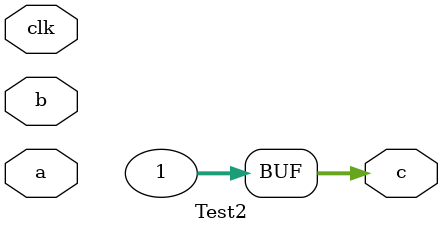
<source format=v>
`timescale 1ns / 1ps
module Test2(
    input clk,
    input a,
    input b,
    output reg[31:0] c
    );
	initial
	begin
		c = {^(32'ha081), {2{0}}, |(32'o11)};
		
	end
	always@(posedge clk)
	begin
	$display("%B",c);
	end
	
	//assign c=men;
	
endmodule

</source>
